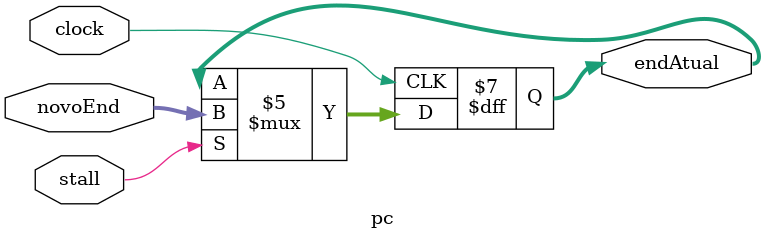
<source format=v>
module pc (
    input clock, input stall,
    input wire[15:0] novoEnd,
    output reg[15:0] endAtual
);

initial begin
    endAtual = 16'b00000000;
end

always@(negedge clock)
    if (stall == 1) begin
        endAtual = novoEnd;    
    end
endmodule


</source>
